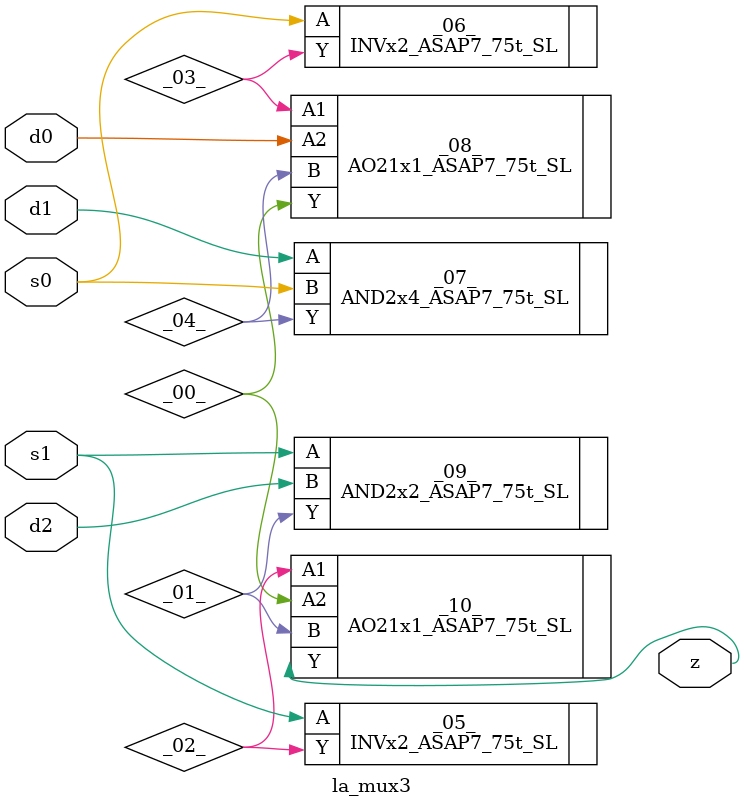
<source format=v>

/* Generated by Yosys 0.37 (git sha1 a5c7f69ed, clang 14.0.0-1ubuntu1.1 -fPIC -Os) */

module la_mux3(d0, d1, d2, s0, s1, z);
  wire _00_;
  wire _01_;
  wire _02_;
  wire _03_;
  wire _04_;
  input d0;
  wire d0;
  input d1;
  wire d1;
  input d2;
  wire d2;
  input s0;
  wire s0;
  input s1;
  wire s1;
  output z;
  wire z;
  INVx2_ASAP7_75t_SL _05_ (
    .A(s1),
    .Y(_02_)
  );
  INVx2_ASAP7_75t_SL _06_ (
    .A(s0),
    .Y(_03_)
  );
  AND2x4_ASAP7_75t_SL _07_ (
    .A(d1),
    .B(s0),
    .Y(_04_)
  );
  AO21x1_ASAP7_75t_SL _08_ (
    .A1(_03_),
    .A2(d0),
    .B(_04_),
    .Y(_00_)
  );
  AND2x2_ASAP7_75t_SL _09_ (
    .A(s1),
    .B(d2),
    .Y(_01_)
  );
  AO21x1_ASAP7_75t_SL _10_ (
    .A1(_02_),
    .A2(_00_),
    .B(_01_),
    .Y(z)
  );
endmodule

</source>
